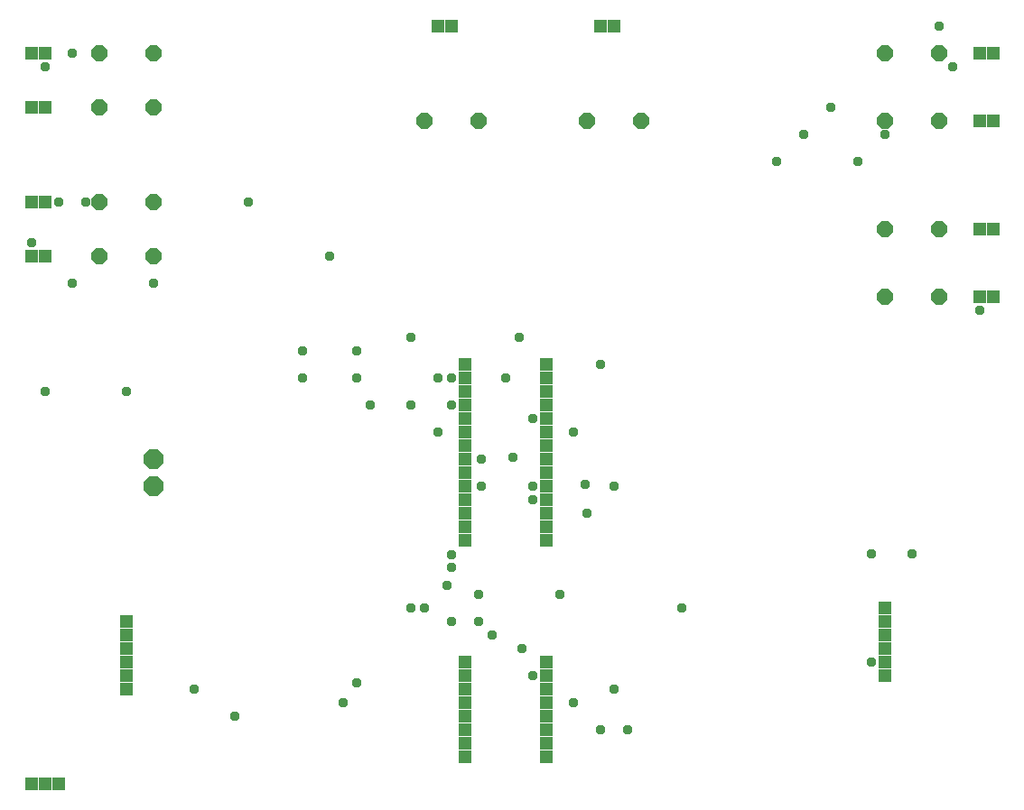
<source format=gbr>
G04 EAGLE Gerber X2 export*
%TF.Part,Single*%
%TF.FileFunction,Soldermask,Bot,1*%
%TF.FilePolarity,Negative*%
%TF.GenerationSoftware,Autodesk,EAGLE,9.0.1*%
%TF.CreationDate,2019-02-05T07:25:25Z*%
G75*
%MOMM*%
%FSLAX34Y34*%
%LPD*%
%AMOC8*
5,1,8,0,0,1.08239X$1,22.5*%
G01*
%ADD10R,1.311200X1.311200*%
%ADD11P,1.649562X8X22.500000*%
%ADD12P,1.951982X8X112.500000*%
%ADD13C,0.959600*%


D10*
X444500Y444500D03*
X444500Y431800D03*
X444500Y419100D03*
X444500Y406400D03*
X444500Y393700D03*
X444500Y381000D03*
X444500Y368300D03*
X444500Y355600D03*
X444500Y342900D03*
X444500Y330200D03*
X444500Y317500D03*
X444500Y304800D03*
X444500Y292100D03*
X444500Y279400D03*
X520700Y444500D03*
X520700Y431800D03*
X520700Y419100D03*
X520700Y406400D03*
X520700Y393700D03*
X520700Y381000D03*
X520700Y368300D03*
X520700Y355600D03*
X520700Y342900D03*
X520700Y330200D03*
X520700Y317500D03*
X520700Y304800D03*
X520700Y292100D03*
X520700Y279400D03*
X444500Y165100D03*
X444500Y152400D03*
X444500Y139700D03*
X444500Y127000D03*
X444500Y114300D03*
X444500Y101600D03*
X444500Y88900D03*
X444500Y76200D03*
X520700Y165100D03*
X520700Y152400D03*
X520700Y139700D03*
X520700Y127000D03*
X520700Y114300D03*
X520700Y101600D03*
X520700Y88900D03*
X520700Y76200D03*
X38100Y546100D03*
X50800Y546100D03*
X927100Y508000D03*
X939800Y508000D03*
X927100Y673100D03*
X939800Y673100D03*
X38100Y685800D03*
X50800Y685800D03*
X571500Y762000D03*
X584200Y762000D03*
X419100Y762000D03*
X431800Y762000D03*
X38100Y736600D03*
X50800Y736600D03*
X927100Y736600D03*
X939800Y736600D03*
X38100Y596900D03*
X50800Y596900D03*
X927100Y571500D03*
X939800Y571500D03*
D11*
X406400Y673100D03*
X457200Y673100D03*
X101600Y736600D03*
X152400Y736600D03*
X838200Y736600D03*
X889000Y736600D03*
X101600Y596900D03*
X152400Y596900D03*
X838200Y571500D03*
X889000Y571500D03*
X838200Y508000D03*
X889000Y508000D03*
X838200Y673100D03*
X889000Y673100D03*
X101600Y546100D03*
X152400Y546100D03*
X101600Y685800D03*
X152400Y685800D03*
X558800Y673100D03*
X609600Y673100D03*
D10*
X127000Y203200D03*
X127000Y190500D03*
X127000Y177800D03*
X127000Y165100D03*
X127000Y152400D03*
X127000Y139700D03*
X838200Y215900D03*
X838200Y203200D03*
X838200Y190500D03*
X838200Y177800D03*
X838200Y165100D03*
X838200Y152400D03*
D12*
X152400Y330200D03*
X152400Y355600D03*
D10*
X38100Y50800D03*
X50800Y50800D03*
X63500Y50800D03*
D13*
X457200Y203200D03*
X406400Y215900D03*
X431800Y203200D03*
X393700Y215900D03*
X393700Y406400D03*
X498320Y177800D03*
X419100Y381000D03*
X427509Y237009D03*
X431800Y254000D03*
X342900Y145768D03*
X355600Y406400D03*
X342900Y431800D03*
X419100Y431800D03*
X508000Y152400D03*
X469900Y190500D03*
X431800Y265506D03*
X431800Y406400D03*
X431800Y431800D03*
X76200Y736600D03*
X50800Y723900D03*
X889000Y762000D03*
X901700Y723900D03*
X787400Y685800D03*
X762000Y660400D03*
X736600Y635000D03*
X571500Y444500D03*
X482600Y431800D03*
X460103Y330200D03*
X88900Y596900D03*
X63500Y596900D03*
X292100Y431800D03*
X557721Y332156D03*
X520700Y292100D03*
X460103Y355600D03*
X495300Y469900D03*
X317500Y546100D03*
X76200Y520700D03*
X152400Y520700D03*
X508000Y317500D03*
X838200Y660400D03*
X812800Y635000D03*
X508000Y330200D03*
X241300Y596900D03*
X228600Y114300D03*
X190500Y139700D03*
X457200Y228600D03*
X533400Y228600D03*
X489232Y357550D03*
X825500Y165100D03*
X647700Y215900D03*
X558800Y304800D03*
X863600Y266700D03*
X825500Y266700D03*
X584200Y330200D03*
X546100Y381000D03*
X596900Y101600D03*
X571500Y101600D03*
X546100Y127000D03*
X584200Y139700D03*
X330200Y127000D03*
X508000Y393700D03*
X50800Y419100D03*
X927100Y495300D03*
X38100Y558800D03*
X393700Y469900D03*
X342900Y457200D03*
X292100Y457200D03*
X127000Y419100D03*
M02*

</source>
